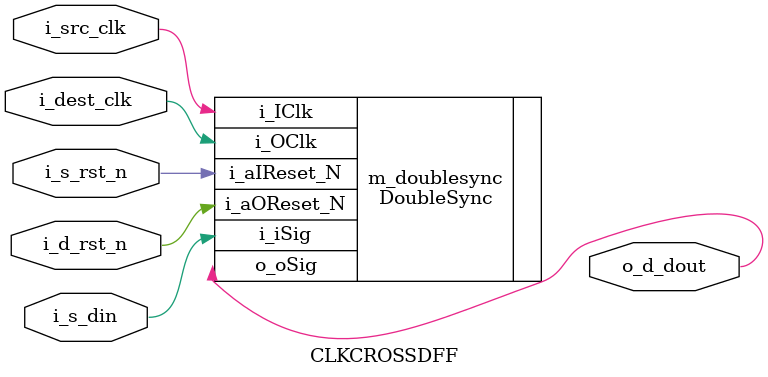
<source format=v>


module CLKCROSSDFF # (
    parameter  DATA_WIDTH = 1,
    parameter  RESET_VALUE = {DATA_WIDTH{1'b0}}     //reset value
    
)
(
    input                       i_s_rst_n      ,    
    input                       i_src_clk     ,
    input     [DATA_WIDTH-1:0]  i_s_din          ,

    input                       i_d_rst_n      ,   
    input                       i_dest_clk        ,
    output    [DATA_WIDTH-1:0]  o_d_dout            
);

    DoubleSync #(
        .RESET_VALUE (RESET_VALUE),
        .DATA_WIDTH  (DATA_WIDTH)
    ) m_doublesync (
        .i_aIReset_N(i_s_rst_n),
        .i_IClk(i_src_clk),
        //.i_iClkEn(1'b1),
        .i_iSig(i_s_din),
        .i_aOReset_N(i_d_rst_n),
        .i_OClk(i_dest_clk),
        //.i_oClkEn(1'b1),
        .o_oSig(o_d_dout));
        
endmodule

</source>
